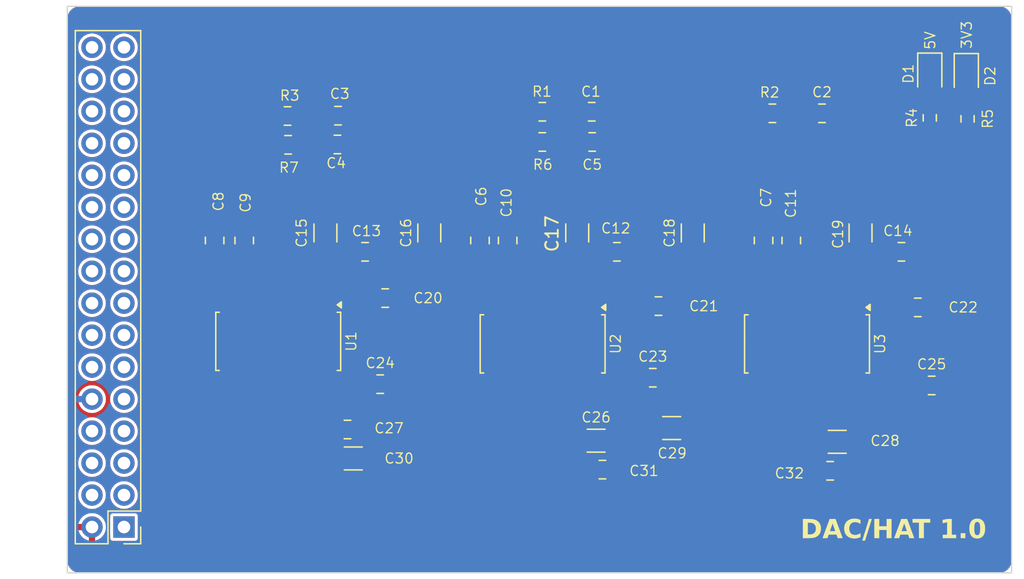
<source format=kicad_pcb>
(kicad_pcb (version 20240108) (generator "pcbnew") (generator_version "8.0")
  (layers (0 "F.Cu" signal) (1 "In1.Cu" signal) (2 "In2.Cu" signal) (31 "B.Cu" signal) (34 "B.Paste" user) (35 "F.Paste" user) (36 "B.SilkS" user "B.Silkscreen") (37 "F.SilkS" user "F.Silkscreen") (38 "B.Mask" user) (39 "F.Mask" user) (44 "Edge.Cuts" user))
  (net 0 "")
  (net 1 "V+")
  (net 3 "LEFT_WOOFER")
  (net 5 "AGND")
  (net 6 "GND")
  (net 7 "3V3")
  (net 8 "5V")
  (net 9 "Net-(D1-A)")
  (net 10 "Net-(D2-A)")
  (net 11 "LEFT_TWEETER")
  (net 12 "SDA")
  (net 13 "SCL")
  (net 20 "CLKOUT")
  (net 21 "LRCLK0")
  (net 22 "BCLK0")
  (net 23 "DATA0")
  (net 24 "LRCLK1")
  (net 25 "DATA1")
  (net 31 "BCLK1")
  (net 32 "DATA2")
  (net 33 "RIGHT_WOOFER")
  (net 34 "LRCLK2")
  (net 35 "BCLK2")
  (net 36 "3V3A")
  (net 37 "Net-(U1-CAPM)")
  (net 38 "Net-(U1-CAPP)")
  (net 39 "Net-(U3-CAPP)")
  (net 40 "Net-(U3-CAPM)")
  (net 41 "Net-(U3-VCOM{slash}DEMP)")
  (net 42 "Net-(U1-VCOM{slash}DEMP)")
  (net 43 "Net-(U1-LDOO)")
  (net 44 "Net-(U1-VNEG)")
  (net 45 "Net-(U3-LDOO)")
  (net 46 "Net-(U3-VNEG)")
  (net 47 "LW_OUT_PRE")
  (net 48 "LT_OUT_PRE")
  (net 49 "RT_OUT_PRE")
  (net 50 "RW_OUT_PRE")
  (net 51 "SW_OUT_PRE")
  (net 52 "Net-(U2-VCOM{slash}DEMP)")
  (net 53 "Net-(U2-CAPP)")
  (net 54 "Net-(U2-CAPM)")
  (net 55 "Net-(U2-VNEG)")
  (net 56 "Net-(U2-LDOO)")
  (net 57 "RIGHT_TWEETER")
  (net 58 "V-")
  (net 60 "SUBWOOFER")
  (footprint "Capacitor_SMD:C_1206_3216Metric_Pad1.33x1.80mm_HandSolder" (layer "F.Cu") (at 106.9364 101.165)
    (property "Reference" "C29" (at 0.0375 2 0) (layer "F.SilkS") (effects (font (size 0.8 0.8) (thickness 0.1))))
    (property "Value" "10U")
    (fp_line (start -0.711252 -0.91) (end 0.711252 -0.91) (stroke (width 0.12)) (layer "F.SilkS"))
    (fp_line (start -0.711252 0.91) (end 0.711252 0.91) (stroke (width 0.12)) (layer "F.SilkS"))
    (pad "1" smd roundrect (at -1.5625 0) (size 1.325 1.8) (layers "F.Cu" "F.Paste" "F.Mask") (roundrect_rratio 0.188679) (net 7 "3V3"))
    (pad "2" smd roundrect (at 1.5625 0) (size 1.325 1.8) (layers "F.Cu" "F.Paste" "F.Mask") (roundrect_rratio 0.188679) (net 6 "GND"))
  )
  (footprint "Capacitor_SMD:C_0805_2012Metric_Pad1.18x1.45mm_HandSolder" (layer "F.Cu") (at 80.4378 76.3532)
    (property "Reference" "C3" (at 0.1375 -1.735 0) (layer "F.SilkS") (effects (font (size 0.8 0.8) (thickness 0.1))))
    (property "Value" "2.2n 50V C0G")
    (fp_line (start -0.261252 -0.735) (end 0.261252 -0.735) (stroke (width 0.12)) (layer "F.SilkS"))
    (fp_line (start -0.261252 0.735) (end 0.261252 0.735) (stroke (width 0.12)) (layer "F.SilkS"))
    (pad "1" smd roundrect (at -1.0375 0) (size 1.175 1.45) (layers "F.Cu" "F.Paste" "F.Mask") (roundrect_rratio 0.212766) (net 5 "AGND"))
    (pad "2" smd roundrect (at 1.0375 0) (size 1.175 1.45) (layers "F.Cu" "F.Paste" "F.Mask") (roundrect_rratio 0.212766) (net 11 "LEFT_TWEETER"))
  )
  (footprint "Package_SO:TSSOP-28_4.4x9.7mm_P0.65mm" (layer "F.Cu") (at 75.6864 94.2775 -90)
    (property "Reference" "U1" (at 0 -5.8 90) (layer "F.SilkS") (effects (font (size 0.8 0.8) (thickness 0.1))))
    (property "Value" "PCM5122PW")
    (fp_line (start -2.31 4.96) (end -2.31 4.685) (stroke (width 0.12)) (layer "F.SilkS"))
    (fp_line (start 0 4.96) (end -2.31 4.96) (stroke (width 0.12)) (layer "F.SilkS"))
    (fp_line (start 0 4.96) (end 2.31 4.96) (stroke (width 0.12)) (layer "F.SilkS"))
    (fp_line (start 2.31 4.96) (end 2.31 4.685) (stroke (width 0.12)) (layer "F.SilkS"))
    (fp_line (start -2.31 -4.96) (end -2.31 -4.685) (stroke (width 0.12)) (layer "F.SilkS"))
    (fp_line (start 0 -4.96) (end -2.31 -4.96) (stroke (width 0.12)) (layer "F.SilkS"))
    (fp_line (start 0 -4.96) (end 2.31 -4.96) (stroke (width 0.12)) (layer "F.SilkS"))
    (fp_line (start 2.31 -4.96) (end 2.31 -4.685) (stroke (width 0.12)) (layer "F.SilkS"))
    (fp_poly (pts (xy -2.9 -4.685) (xy -3.14 -5.015) (xy -2.66 -5.015) (xy -2.9 -4.685)) (stroke (width 0.12)) (fill solid) (layer "F.SilkS"))
    (pad "1" smd roundrect (at -2.8625 -4.225 270) (size 1.475 0.4) (layers "F.Cu" "F.Paste" "F.Mask") (net 36 "3V3A"))
    (pad "2" smd roundrect (at -2.8625 -3.575 270) (size 1.475 0.4) (layers "F.Cu" "F.Paste" "F.Mask") (net 38 "Net-(U1-CAPP)"))
    (pad "3" smd roundrect (at -2.8625 -2.925 270) (size 1.475 0.4) (layers "F.Cu" "F.Paste" "F.Mask") (net 5 "AGND"))
    (pad "4" smd roundrect (at -2.8625 -2.275 270) (size 1.475 0.4) (layers "F.Cu" "F.Paste" "F.Mask") (net 37 "Net-(U1-CAPM)"))
    (pad "5" smd roundrect (at -2.8625 -1.625 270) (size 1.475 0.4) (layers "F.Cu" "F.Paste" "F.Mask") (net 44 "Net-(U1-VNEG)"))
    (pad "6" smd roundrect (at -2.8625 -0.975 270) (size 1.475 0.4) (layers "F.Cu" "F.Paste" "F.Mask") (net 47 "LW_OUT_PRE"))
    (pad "7" smd roundrect (at -2.8625 -0.325 270) (size 1.475 0.4) (layers "F.Cu" "F.Paste" "F.Mask") (net 48 "LT_OUT_PRE"))
    (pad "8" smd roundrect (at -2.8625 0.325 270) (size 1.475 0.4) (layers "F.Cu" "F.Paste" "F.Mask") (net 36 "3V3A"))
    (pad "9" smd roundrect (at -2.8625 0.975 270) (size 1.475 0.4) (layers "F.Cu" "F.Paste" "F.Mask") (net 5 "AGND"))
    (pad "10" smd roundrect (at -2.8625 1.625 270) (size 1.475 0.4) (layers "F.Cu" "F.Paste" "F.Mask") (net 42 "Net-(U1-VCOM{slash}DEMP)"))
    (pad "11" smd roundrect (at -2.8625 2.275 270) (size 1.475 0.4) (layers "F.Cu" "F.Paste" "F.Mask") (net 12 "SDA"))
    (pad "12" smd roundrect (at -2.8625 2.925 270) (size 1.475 0.4) (layers "F.Cu" "F.Paste" "F.Mask") (net 13 "SCL"))
    (pad "13" smd roundrect (at -2.8625 3.575 270) (size 1.475 0.4) (layers "F.Cu" "F.Paste" "F.Mask"))
    (pad "14" smd roundrect (at -2.8625 4.225 270) (size 1.475 0.4) (layers "F.Cu" "F.Paste" "F.Mask"))
    (pad "15" smd roundrect (at 2.8625 4.225 270) (size 1.475 0.4) (layers "F.Cu" "F.Paste" "F.Mask"))
    (pad "16" smd roundrect (at 2.8625 3.575 270) (size 1.475 0.4) (layers "F.Cu" "F.Paste" "F.Mask") (net 7 "3V3"))
    (pad "17" smd roundrect (at 2.8625 2.925 270) (size 1.475 0.4) (layers "F.Cu" "F.Paste" "F.Mask") (net 6 "GND"))
    (pad "18" smd roundrect (at 2.8625 2.275 270) (size 1.475 0.4) (layers "F.Cu" "F.Paste" "F.Mask") (net 7 "3V3"))
    (pad "19" smd roundrect (at 2.8625 1.625 270) (size 1.475 0.4) (layers "F.Cu" "F.Paste" "F.Mask"))
    (pad "20" smd roundrect (at 2.8625 0.975 270) (size 1.475 0.4) (layers "F.Cu" "F.Paste" "F.Mask") (net 20 "CLKOUT"))
    (pad "21" smd roundrect (at 2.8625 0.325 270) (size 1.475 0.4) (layers "F.Cu" "F.Paste" "F.Mask") (net 22 "BCLK0"))
    (pad "22" smd roundrect (at 2.8625 -0.325 270) (size 1.475 0.4) (layers "F.Cu" "F.Paste" "F.Mask") (net 23 "DATA0"))
    (pad "23" smd roundrect (at 2.8625 -0.975 270) (size 1.475 0.4) (layers "F.Cu" "F.Paste" "F.Mask") (net 21 "LRCLK0"))
    (pad "24" smd roundrect (at 2.8625 -1.625 270) (size 1.475 0.4) (layers "F.Cu" "F.Paste" "F.Mask") (net 6 "GND"))
    (pad "25" smd roundrect (at 2.8625 -2.275 270) (size 1.475 0.4) (layers "F.Cu" "F.Paste" "F.Mask"))
    (pad "26" smd roundrect (at 2.8625 -2.925 270) (size 1.475 0.4) (layers "F.Cu" "F.Paste" "F.Mask") (net 43 "Net-(U1-LDOO)"))
    (pad "27" smd roundrect (at 2.8625 -3.575 270) (size 1.475 0.4) (layers "F.Cu" "F.Paste" "F.Mask") (net 6 "GND"))
    (pad "28" smd roundrect (at 2.8625 -4.225 270) (size 1.475 0.4) (layers "F.Cu" "F.Paste" "F.Mask") (net 7 "3V3"))
  )
  (footprint "Capacitor_SMD:C_0805_2012Metric_Pad1.18x1.45mm_HandSolder" (layer "F.Cu") (at 101.4364 104.465 180)
    (property "Reference" "C31" (at -3.3 -0.1 0) (layer "F.SilkS") (effects (font (size 0.8 0.8) (thickness 0.1))))
    (property "Value" "0.1U")
    (fp_line (start -0.261252 0.735) (end 0.261252 0.735) (stroke (width 0.12)) (layer "F.SilkS"))
    (fp_line (start -0.261252 -0.735) (end 0.261252 -0.735) (stroke (width 0.12)) (layer "F.SilkS"))
    (pad "1" smd roundrect (at -1.0375 0 180) (size 1.175 1.45) (layers "F.Cu" "F.Paste" "F.Mask") (roundrect_rratio 0.212766) (net 6 "GND"))
    (pad "2" smd roundrect (at 1.0375 0 180) (size 1.175 1.45) (layers "F.Cu" "F.Paste" "F.Mask") (roundrect_rratio 0.212766) (net 56 "Net-(U2-LDOO)"))
  )
  (footprint "Capacitor_SMD:C_1206_3216Metric_Pad1.33x1.80mm_HandSolder" (layer "F.Cu") (at 99.4364 85.665 -90)
    (property "Reference" "C17" (at 0.0625 2 90) (layer "F.SilkS"))
    (property "Value" "2.2u 25V")
    (fp_line (start -0.711252 0.91) (end 0.711252 0.91) (stroke (width 0.12)) (layer "F.SilkS"))
    (fp_line (start -0.711252 -0.91) (end 0.711252 -0.91) (stroke (width 0.12)) (layer "F.SilkS"))
    (pad "1" smd roundrect (at -1.5625 0 270) (size 1.325 1.8) (layers "F.Cu" "F.Paste" "F.Mask") (roundrect_rratio 0.188679) (net 5 "AGND"))
    (pad "2" smd roundrect (at 1.5625 0 270) (size 1.325 1.8) (layers "F.Cu" "F.Paste" "F.Mask") (roundrect_rratio 0.188679) (net 55 "Net-(U2-VNEG)"))
  )
  (footprint "Capacitor_SMD:C_1206_3216Metric_Pad1.33x1.80mm_HandSolder" (layer "F.Cu") (at 120.0864 102.2575)
    (property "Reference" "C28" (at 3.8 -0.08 0) (layer "F.SilkS") (effects (font (size 0.8 0.8) (thickness 0.1))))
    (property "Value" "10U")
    (fp_line (start -0.711252 -0.91) (end 0.711252 -0.91) (stroke (width 0.12)) (layer "F.SilkS"))
    (fp_line (start -0.711252 0.91) (end 0.711252 0.91) (stroke (width 0.12)) (layer "F.SilkS"))
    (pad "1" smd roundrect (at -1.5625 0) (size 1.325 1.8) (layers "F.Cu" "F.Paste" "F.Mask") (roundrect_rratio 0.188679) (net 45 "Net-(U3-LDOO)"))
    (pad "2" smd roundrect (at 1.5625 0) (size 1.325 1.8) (layers "F.Cu" "F.Paste" "F.Mask") (roundrect_rratio 0.188679) (net 6 "GND"))
  )
  (footprint "Capacitor_SMD:C_0805_2012Metric_Pad1.18x1.45mm_HandSolder" (layer "F.Cu") (at 76.4253 76.3782)
    (property "Reference" "R3" (at 0.175 -1.625 0) (layer "F.SilkS") (effects (font (size 0.8 0.8) (thickness 0.1))))
    (property "Value" "470R TF")
    (fp_line (start -0.261252 -0.735) (end 0.261252 -0.735) (stroke (width 0.12)) (layer "F.SilkS"))
    (fp_line (start -0.261252 0.735) (end 0.261252 0.735) (stroke (width 0.12)) (layer "F.SilkS"))
    (pad "1" smd roundrect (at -1.0375 0) (size 1.175 1.45) (layers "F.Cu" "F.Paste" "F.Mask") (roundrect_rratio 0.212766) (net 48 "LT_OUT_PRE"))
    (pad "2" smd roundrect (at 1.0375 0) (size 1.175 1.45) (layers "F.Cu" "F.Paste" "F.Mask") (roundrect_rratio 0.212766) (net 11 "LEFT_TWEETER"))
  )
  (footprint "Capacitor_SMD:C_0805_2012Metric_Pad1.18x1.45mm_HandSolder" (layer "F.Cu") (at 83.7864 97.6775)
    (property "Reference" "C24" (at 0 -1.68 0) (layer "F.SilkS") (effects (font (size 0.8 0.8) (thickness 0.1))))
    (property "Value" "0.1U")
    (fp_line (start -0.261252 -0.735) (end 0.261252 -0.735) (stroke (width 0.12)) (layer "F.SilkS"))
    (fp_line (start -0.261252 0.735) (end 0.261252 0.735) (stroke (width 0.12)) (layer "F.SilkS"))
    (pad "1" smd roundrect (at -1.0375 0) (size 1.175 1.45) (layers "F.Cu" "F.Paste" "F.Mask") (roundrect_rratio 0.212766) (net 7 "3V3"))
    (pad "2" smd roundrect (at 1.0375 0) (size 1.175 1.45) (layers "F.Cu" "F.Paste" "F.Mask") (roundrect_rratio 0.212766) (net 6 "GND"))
  )
  (footprint "Capacitor_SMD:C_0805_2012Metric_Pad1.18x1.45mm_HandSolder" (layer "F.Cu") (at 70.6364 86.265 90)
    (property "Reference" "C8" (at 3.1 0.3 90) (layer "F.SilkS") (effects (font (size 0.8 0.8) (thickness 0.1))))
    (property "Value" "10U 16V")
    (fp_line (start -0.261252 -0.735) (end 0.261252 -0.735) (stroke (width 0.12)) (layer "F.SilkS"))
    (fp_line (start -0.261252 0.735) (end 0.261252 0.735) (stroke (width 0.12)) (layer "F.SilkS"))
    (pad "1" smd roundrect (at -1.0375 0 90) (size 1.175 1.45) (layers "F.Cu" "F.Paste" "F.Mask") (roundrect_rratio 0.212766) (net 42 "Net-(U1-VCOM{slash}DEMP)"))
    (pad "2" smd roundrect (at 1.0375 0 90) (size 1.175 1.45) (layers "F.Cu" "F.Paste" "F.Mask") (roundrect_rratio 0.212766) (net 5 "AGND"))
  )
  (footprint "Capacitor_SMD:C_0805_2012Metric_Pad1.18x1.45mm_HandSolder" (layer "F.Cu") (at 105.4364 97.165)
    (property "Reference" "C23" (at 0 -1.68 0) (layer "F.SilkS") (effects (font (size 0.8 0.8) (thickness 0.1))))
    (property "Value" "0.1U")
    (fp_line (start -0.261252 -0.735) (end 0.261252 -0.735) (stroke (width 0.12)) (layer "F.SilkS"))
    (fp_line (start -0.261252 0.735) (end 0.261252 0.735) (stroke (width 0.12)) (layer "F.SilkS"))
    (pad "1" smd roundrect (at -1.0375 0) (size 1.175 1.45) (layers "F.Cu" "F.Paste" "F.Mask") (roundrect_rratio 0.212766) (net 7 "3V3"))
    (pad "2" smd roundrect (at 1.0375 0) (size 1.175 1.45) (layers "F.Cu" "F.Paste" "F.Mask") (roundrect_rratio 0.212766) (net 6 "GND"))
  )
  (footprint "Capacitor_SMD:C_0805_2012Metric_Pad1.18x1.45mm_HandSolder" (layer "F.Cu") (at 100.6239 78.44)
    (property "Reference" "C5" (at 0 1.8 0) (layer "F.SilkS") (effects (font (size 0.8 0.8) (thickness 0.1))))
    (property "Value" "2.2n 50V C0G")
    (fp_line (start -0.261252 -0.735) (end 0.261252 -0.735) (stroke (width 0.12)) (layer "F.SilkS"))
    (fp_line (start -0.261252 0.735) (end 0.261252 0.735) (stroke (width 0.12)) (layer "F.SilkS"))
    (pad "1" smd roundrect (at -1.0375 0) (size 1.175 1.45) (layers "F.Cu" "F.Paste" "F.Mask") (roundrect_rratio 0.212766) (net 5 "AGND"))
    (pad "2" smd roundrect (at 1.0375 0) (size 1.175 1.45) (layers "F.Cu" "F.Paste" "F.Mask") (roundrect_rratio 0.212766) (net 33 "RIGHT_WOOFER"))
  )
  (footprint "Capacitor_SMD:C_0805_2012Metric_Pad1.18x1.45mm_HandSolder" (layer "F.Cu") (at 116.4364 86.265 90)
    (property "Reference" "C11" (at 2.947496 -0.036719 90) (layer "F.SilkS") (effects (font (size 0.8 0.8) (thickness 0.1))))
    (property "Value" "0.1U")
    (fp_line (start -0.261252 -0.735) (end 0.261252 -0.735) (stroke (width 0.12)) (layer "F.SilkS"))
    (fp_line (start -0.261252 0.735) (end 0.261252 0.735) (stroke (width 0.12)) (layer "F.SilkS"))
    (pad "1" smd roundrect (at -1.0375 0 90) (size 1.175 1.45) (layers "F.Cu" "F.Paste" "F.Mask") (roundrect_rratio 0.212766) (net 36 "3V3A"))
    (pad "2" smd roundrect (at 1.0375 0 90) (size 1.175 1.45) (layers "F.Cu" "F.Paste" "F.Mask") (roundrect_rratio 0.212766) (net 5 "AGND"))
  )
  (footprint "Capacitor_SMD:C_0805_2012Metric_Pad1.18x1.45mm_HandSolder" (layer "F.Cu") (at 125.1864 87.165 180)
    (property "Reference" "C14" (at 0.2875 1.6625 0) (layer "F.SilkS") (effects (font (size 0.8 0.8) (thickness 0.1))))
    (property "Value" "2.2u 25V")
    (fp_line (start -0.261252 0.735) (end 0.261252 0.735) (stroke (width 0.12)) (layer "F.SilkS"))
    (fp_line (start -0.261252 -0.735) (end 0.261252 -0.735) (stroke (width 0.12)) (layer "F.SilkS"))
    (pad "1" smd roundrect (at -1.0375 0 180) (size 1.175 1.45) (layers "F.Cu" "F.Paste" "F.Mask") (roundrect_rratio 0.212766) (net 39 "Net-(U3-CAPP)"))
    (pad "2" smd roundrect (at 1.0375 0 180) (size 1.175 1.45) (layers "F.Cu" "F.Paste" "F.Mask") (roundrect_rratio 0.212766) (net 40 "Net-(U3-CAPM)"))
  )
  (footprint "Capacitor_SMD:C_1206_3216Metric_Pad1.33x1.80mm_HandSolder" (layer "F.Cu") (at 108.6114 85.665 90)
    (property "Reference" "C18" (at 0 -1.85 90) (layer "F.SilkS") (effects (font (size 0.8 0.8) (thickness 0.1))))
    (property "Value" "10U")
    (fp_line (start -0.711252 -0.91) (end 0.711252 -0.91) (stroke (width 0.12)) (layer "F.SilkS"))
    (fp_line (start -0.711252 0.91) (end 0.711252 0.91) (stroke (width 0.12)) (layer "F.SilkS"))
    (pad "1" smd roundrect (at -1.5625 0 90) (size 1.325 1.8) (layers "F.Cu" "F.Paste" "F.Mask") (roundrect_rratio 0.188679) (net 36 "3V3A"))
    (pad "2" smd roundrect (at 1.5625 0 90) (size 1.325 1.8) (layers "F.Cu" "F.Paste" "F.Mask") (roundrect_rratio 0.188679) (net 5 "AGND"))
  )
  (footprint "Capacitor_SMD:C_0805_2012Metric_Pad1.18x1.45mm_HandSolder" (layer "F.Cu") (at 82.5864 87.165 180)
    (property "Reference" "C13" (at -0.110828 1.648574 0) (layer "F.SilkS") (effects (font (size 0.8 0.8) (thickness 0.1))))
    (property "Value" "2.2u 25V")
    (fp_line (start -0.261252 0.735) (end 0.261252 0.735) (stroke (width 0.12)) (layer "F.SilkS"))
    (fp_line (start -0.261252 -0.735) (end 0.261252 -0.735) (stroke (width 0.12)) (layer "F.SilkS"))
    (pad "1" smd roundrect (at -1.0375 0 180) (size 1.175 1.45) (layers "F.Cu" "F.Paste" "F.Mask") (roundrect_rratio 0.212766) (net 38 "Net-(U1-CAPP)"))
    (pad "2" smd roundrect (at 1.0375 0 180) (size 1.175 1.45) (layers "F.Cu" "F.Paste" "F.Mask") (roundrect_rratio 0.212766) (net 37 "Net-(U1-CAPM)"))
  )
  (footprint "Resistor_SMD:R_0603_1608Metric_Pad0.98x0.95mm_HandSolder" (layer "F.Cu") (at 130.4364 76.6025 90)
    (property "Reference" "R5" (at 0 1.6 90) (layer "F.SilkS") (effects (font (size 0.8 0.8) (thickness 0.1))))
    (property "Value" "75R")
    (fp_line (start -0.254724 -0.5225) (end 0.254724 -0.5225) (stroke (width 0.12)) (layer "F.SilkS"))
    (fp_line (start -0.254724 0.5225) (end 0.254724 0.5225) (stroke (width 0.12)) (layer "F.SilkS"))
    (pad "1" smd roundrect (at -0.9125 0 90) (size 0.975 0.95) (layers "F.Cu" "F.Paste" "F.Mask") (net 7 "3V3"))
    (pad "2" smd roundrect (at 0.9125 0 90) (size 0.975 0.95) (layers "F.Cu" "F.Paste" "F.Mask") (net 10 "Net-(D2-A)"))
  )
  (footprint "Capacitor_SMD:C_0805_2012Metric_Pad1.18x1.45mm_HandSolder" (layer "F.Cu") (at 91.7114 86.265 90)
    (property "Reference" "C6" (at 3.5 0.1 90) (layer "F.SilkS") (effects (font (size 0.8 0.8) (thickness 0.1))))
    (property "Value" "10U 16V")
    (fp_line (start -0.261252 -0.735) (end 0.261252 -0.735) (stroke (width 0.12)) (layer "F.SilkS"))
    (fp_line (start -0.261252 0.735) (end 0.261252 0.735) (stroke (width 0.12)) (layer "F.SilkS"))
    (pad "1" smd roundrect (at -1.0375 0 90) (size 1.175 1.45) (layers "F.Cu" "F.Paste" "F.Mask") (roundrect_rratio 0.212766) (net 52 "Net-(U2-VCOM{slash}DEMP)"))
    (pad "2" smd roundrect (at 1.0375 0 90) (size 1.175 1.45) (layers "F.Cu" "F.Paste" "F.Mask") (roundrect_rratio 0.212766) (net 5 "AGND"))
  )
  (footprint "Capacitor_SMD:C_0805_2012Metric_Pad1.18x1.45mm_HandSolder" (layer "F.Cu") (at 81.1864 101.2775 180)
    (property "Reference" "C27" (at -3.3 0.1 0) (layer "F.SilkS") (effects (font (size 0.8 0.8) (thickness 0.1))))
    (property "Value" "0.1U")
    (fp_line (start -0.261252 0.735) (end 0.261252 0.735) (stroke (width 0.12)) (layer "F.SilkS"))
    (fp_line (start -0.261252 -0.735) (end 0.261252 -0.735) (stroke (width 0.12)) (layer "F.SilkS"))
    (pad "1" smd roundrect (at -1.0375 0 180) (size 1.175 1.45) (layers "F.Cu" "F.Paste" "F.Mask") (roundrect_rratio 0.212766) (net 6 "GND"))
    (pad "2" smd roundrect (at 1.0375 0 180) (size 1.175 1.45) (layers "F.Cu" "F.Paste" "F.Mask") (roundrect_rratio 0.212766) (net 43 "Net-(U1-LDOO)"))
  )
  (footprint "Capacitor_SMD:C_1206_3216Metric_Pad1.33x1.80mm_HandSolder" (layer "F.Cu") (at 81.6489 103.5775)
    (property "Reference" "C30" (at 3.6375 0 0) (layer "F.SilkS") (effects (font (size 0.8 0.8) (thickness 0.1))))
    (property "Value" "10U")
    (fp_line (start -0.711252 -0.91) (end 0.711252 -0.91) (stroke (width 0.12)) (layer "F.SilkS"))
    (fp_line (start -0.711252 0.91) (end 0.711252 0.91) (stroke (width 0.12)) (layer "F.SilkS"))
    (pad "1" smd roundrect (at -1.5625 0) (size 1.325 1.8) (layers "F.Cu" "F.Paste" "F.Mask") (roundrect_rratio 0.188679) (net 43 "Net-(U1-LDOO)"))
    (pad "2" smd roundrect (at 1.5625 0) (size 1.325 1.8) (layers "F.Cu" "F.Paste" "F.Mask") (roundrect_rratio 0.188679) (net 6 "GND"))
  )
  (footprint "Capacitor_SMD:C_0805_2012Metric_Pad1.18x1.45mm_HandSolder" (layer "F.Cu") (at 105.8864 91.4775)
    (property "Reference" "C21" (at 3.6 0 0) (layer "F.SilkS") (effects (font (size 0.8 0.8) (thickness 0.1))))
    (property "Value" "0.1U")
    (fp_line (start -0.261252 -0.735) (end 0.261252 -0.735) (stroke (width 0.12)) (layer "F.SilkS"))
    (fp_line (start -0.261252 0.735) (end 0.261252 0.735) (stroke (width 0.12)) (layer "F.SilkS"))
    (pad "1" smd roundrect (at -1.0375 0) (size 1.175 1.45) (layers "F.Cu" "F.Paste" "F.Mask") (roundrect_rratio 0.212766) (net 36 "3V3A"))
    (pad "2" smd roundrect (at 1.0375 0) (size 1.175 1.45) (layers "F.Cu" "F.Paste" "F.Mask") (roundrect_rratio 0.212766) (net 5 "AGND"))
  )
  (footprint "Capacitor_SMD:C_0805_2012Metric_Pad1.18x1.45mm_HandSolder" (layer "F.Cu") (at 102.5864 87.165 180)
    (property "Reference" "C12" (at 0.09 1.8625 0) (layer "F.SilkS") (effects (font (size 0.8 0.8) (thickness 0.1))))
    (property "Value" "2.2u 25V")
    (fp_line (start -0.261252 0.735) (end 0.261252 0.735) (stroke (width 0.12)) (layer "F.SilkS"))
    (fp_line (start -0.261252 -0.735) (end 0.261252 -0.735) (stroke (width 0.12)) (layer "F.SilkS"))
    (pad "1" smd roundrect (at -1.0375 0 180) (size 1.175 1.45) (layers "F.Cu" "F.Paste" "F.Mask") (roundrect_rratio 0.212766) (net 53 "Net-(U2-CAPP)"))
    (pad "2" smd roundrect (at 1.0375 0 180) (size 1.175 1.45) (layers "F.Cu" "F.Paste" "F.Mask") (roundrect_rratio 0.212766) (net 54 "Net-(U2-CAPM)"))
  )
  (footprint "Capacitor_SMD:C_1206_3216Metric_Pad1.33x1.80mm_HandSolder" (layer "F.Cu") (at 79.4364 85.665 -90)
    (property "Reference" "C15" (at 0 1.9 90) (layer "F.SilkS") (effects (font (size 0.8 0.8) (thickness 0.1))))
    (property "Value" "2.2u 25V")
    (fp_line (start -0.711252 0.91) (end 0.711252 0.91) (stroke (width 0.12)) (layer "F.SilkS"))
    (fp_line (start -0.711252 -0.91) (end 0.711252 -0.91) (stroke (width 0.12)) (layer "F.SilkS"))
    (pad "1" smd roundrect (at -1.5625 0 270) (size 1.325 1.8) (layers "F.Cu" "F.Paste" "F.Mask") (roundrect_rratio 0.188679) (net 5 "AGND"))
    (pad "2" smd roundrect (at 1.5625 0 270) (size 1.325 1.8) (layers "F.Cu" "F.Paste" "F.Mask") (roundrect_rratio 0.188679) (net 44 "Net-(U1-VNEG)"))
  )
  (footprint "Capacitor_SMD:C_0805_2012Metric_Pad1.18x1.45mm_HandSolder" (layer "F.Cu") (at 96.6614 76.04)
    (property "Reference" "R1" (at -0.025 -1.6 0) (layer "F.SilkS") (effects (font (size 0.8 0.8) (thickness 0.1))))
    (property "Value" "470R TF")
    (fp_line (start -0.261252 -0.735) (end 0.261252 -0.735) (stroke (width 0.12)) (layer "F.SilkS"))
    (fp_line (start -0.261252 0.735) (end 0.261252 0.735) (stroke (width 0.12)) (layer "F.SilkS"))
    (pad "1" smd roundrect (at -1.0375 0) (size 1.175 1.45) (layers "F.Cu" "F.Paste" "F.Mask") (roundrect_rratio 0.212766) (net 49 "RT_OUT_PRE"))
    (pad "2" smd roundrect (at 1.0375 0) (size 1.175 1.45) (layers "F.Cu" "F.Paste" "F.Mask") (roundrect_rratio 0.212766) (net 33 "RIGHT_WOOFER"))
  )
  (footprint "Capacitor_SMD:C_0805_2012Metric_Pad1.18x1.45mm_HandSolder" (layer "F.Cu") (at 114.9364 76.165)
    (property "Reference" "R2" (at -0.22 -1.6575 0) (layer "F.SilkS") (effects (font (size 0.8 0.8) (thickness 0.1))))
    (property "Value" "470R TF")
    (fp_line (start -0.261252 -0.735) (end 0.261252 -0.735) (stroke (width 0.12)) (layer "F.SilkS"))
    (fp_line (start -0.261252 0.735) (end 0.261252 0.735) (stroke (width 0.12)) (layer "F.SilkS"))
    (pad "1" smd roundrect (at -1.0375 0) (size 1.175 1.45) (layers "F.Cu" "F.Paste" "F.Mask") (roundrect_rratio 0.212766) (net 51 "SW_OUT_PRE"))
    (pad "2" smd roundrect (at 1.0375 0) (size 1.175 1.45) (layers "F.Cu" "F.Paste" "F.Mask") (roundrect_rratio 0.212766) (net 60 "SUBWOOFER"))
  )
  (footprint "Capacitor_SMD:C_0805_2012Metric_Pad1.18x1.45mm_HandSolder" (layer "F.Cu") (at 96.6614 78.44)
    (property "Reference" "R6" (at 0.0375 1.8 0) (layer "F.SilkS") (effects (font (size 0.8 0.8) (thickness 0.1))))
    (property "Value" "470R TF")
    (fp_line (start -0.261252 -0.735) (end 0.261252 -0.735) (stroke (width 0.12)) (layer "F.SilkS"))
    (fp_line (start -0.261252 0.735) (end 0.261252 0.735) (stroke (width 0.12)) (layer "F.SilkS"))
    (pad "1" smd roundrect (at -1.0375 0) (size 1.175 1.45) (layers "F.Cu" "F.Paste" "F.Mask") (roundrect_rratio 0.212766) (net 50 "RW_OUT_PRE"))
    (pad "2" smd roundrect (at 1.0375 0) (size 1.175 1.45) (layers "F.Cu" "F.Paste" "F.Mask") (roundrect_rratio 0.212766) (net 33 "RIGHT_WOOFER"))
  )
  (footprint "Capacitor_SMD:C_0805_2012Metric_Pad1.18x1.45mm_HandSolder" (layer "F.Cu") (at 72.9864 86.265 90)
    (property "Reference" "C9" (at 3 0.1 90) (layer "F.SilkS") (effects (font (size 0.8 0.8) (thickness 0.1))))
    (property "Value" "0.1U")
    (fp_line (start -0.261252 -0.735) (end 0.261252 -0.735) (stroke (width 0.12)) (layer "F.SilkS"))
    (fp_line (start -0.261252 0.735) (end 0.261252 0.735) (stroke (width 0.12)) (layer "F.SilkS"))
    (pad "1" smd roundrect (at -1.0375 0 90) (size 1.175 1.45) (layers "F.Cu" "F.Paste" "F.Mask") (roundrect_rratio 0.212766) (net 36 "3V3A"))
    (pad "2" smd roundrect (at 1.0375 0 90) (size 1.175 1.45) (layers "F.Cu" "F.Paste" "F.Mask") (roundrect_rratio 0.212766) (net 5 "AGND"))
  )
  (footprint "Capacitor_SMD:C_1206_3216Metric_Pad1.33x1.80mm_HandSolder" (layer "F.Cu") (at 100.9364 102.165)
    (property "Reference" "C26" (at 0 -1.85 0) (layer "F.SilkS") (effects (font (size 0.8 0.8) (thickness 0.1))))
    (property "Value" "10U")
    (fp_line (start -0.711252 -0.91) (end 0.711252 -0.91) (stroke (width 0.12)) (layer "F.SilkS"))
    (fp_line (start -0.711252 0.91) (end 0.711252 0.91) (stroke (width 0.12)) (layer "F.SilkS"))
    (pad "1" smd roundrect (at -1.5625 0) (size 1.325 1.8) (layers "F.Cu" "F.Paste" "F.Mask") (roundrect_rratio 0.188679) (net 56 "Net-(U2-LDOO)"))
    (pad "2" smd roundrect (at 1.5625 0) (size 1.325 1.8) (layers "F.Cu" "F.Paste" "F.Mask") (roundrect_rratio 0.188679) (net 6 "GND"))
  )
  (footprint "Connector_PinHeader_2.54mm:PinHeader_2x16_P2.54mm_Vertical" (layer "F.Cu") (at 63.4364 109.025 180)
    (property "Reference" "J1" (hide yes))
    (property "Value" "Conn_02x16_Odd_Even")
    (fp_line (start 3.87 -1.33) (end 3.87 39.43) (stroke (width 0.12)) (layer "F.SilkS"))
    (fp_line (start 1.27 1.27) (end 1.27 -1.33) (stroke (width 0.12)) (layer "F.SilkS"))
    (fp_line (start 1.27 -1.33) (end 3.87 -1.33) (stroke (width 0.12)) (layer "F.SilkS"))
    (fp_line (start -1.33 39.43) (end 3.87 39.43) (stroke (width 0.12)) (layer "F.SilkS"))
    (fp_line (start -1.33 1.27) (end 1.27 1.27) (stroke (width 0.12)) (layer "F.SilkS"))
    (fp_line (start -1.33 1.27) (end -1.33 39.43) (stroke (width 0.12)) (layer "F.SilkS"))
    (fp_line (start -1.33 0) (end -1.33 -1.33) (stroke (width 0.12)) (layer "F.SilkS"))
    (fp_line (start -1.33 -1.33) (end 0 -1.33) (stroke (width 0.12)) (layer "F.SilkS"))
    (pad "1" thru_hole rect (at 0 0 180) (size 1.7 1.7) (drill 1) (layers "*.Cu" "*.Mask") (net 7 "3V3"))
    (pad "2" thru_hole oval (at 2.54 0 180) (size 1.7 1.7) (drill 1) (layers "*.Cu" "*.Mask") (net 6 "GND"))
    (pad "3" thru_hole oval (at 0 2.54 180) (size 1.7 1.7) (drill 1) (layers "*.Cu" "*.Mask") (net 20 "CLKOUT"))
    (pad "4" thru_hole oval (at 2.54 2.54 180) (size 1.7 1.7) (drill 1) (layers "*.Cu" "*.Mask") (net 36 "3V3A"))
    (pad "5" thru_hole oval (at 0 5.08 180) (size 1.7 1.7) (drill 1) (layers "*.Cu" "*.Mask") (net 22 "BCLK0"))
    (pad "6" thru_hole oval (at 2.54 5.08 180) (size 1.7 1.7) (drill 1) (layers "*.Cu" "*.Mask") (net 8 "5V"))
    (pad "7" thru_hole oval (at 0 7.62 180) (size 1.7 1.7) (drill 1) (layers "*.Cu" "*.Mask") (net 21 "LRCLK0"))
    (pad "8" thru_hole oval (at 2.54 7.62 180) (size 1.7 1.7) (drill 1) (layers "*.Cu" "*.Mask") (net 1 "V+"))
    (pad "9" thru_hole oval (at 0 10.16 180) (size 1.7 1.7) (drill 1) (layers "*.Cu" "*.Mask") (net 23 "DATA0"))
    (pad "10" thru_hole oval (at 2.54 10.16 180) (size 1.7 1.7) (drill 1) (layers "*.Cu" "*.Mask") (net 5 "AGND"))
    (pad "11" thru_hole oval (at 0 12.7 180) (size 1.7 1.7) (drill 1) (layers "*.Cu" "*.Mask") (net 20 "CLKOUT"))
    (pad "12" thru_hole oval (at 2.54 12.7 180) (size 1.7 1.7) (drill 1) (layers "*.Cu" "*.Mask") (net 58 "V-"))
    (pad "13" thru_hole oval (at 0 15.24 180) (size 1.7 1.7) (drill 1) (layers "*.Cu" "*.Mask") (net 31 "BCLK1"))
    (pad "14" thru_hole oval (at 2.54 15.24 180) (size 1.7 1.7) (drill 1) (layers "*.Cu" "*.Mask") (net 12 "SDA"))
    (pad "15" thru_hole oval (at 0 17.78 180) (size 1.7 1.7) (drill 1) (layers "*.Cu" "*.Mask") (net 24 "LRCLK1"))
    (pad "16" thru_hole oval (at 2.54 17.78 180) (size 1.7 1.7) (drill 1) (layers "*.Cu" "*.Mask") (net 13 "SCL"))
    (pad "17" thru_hole oval (at 0 20.32 180) (size 1.7 1.7) (drill 1) (layers "*.Cu" "*.Mask") (net 25 "DATA1"))
    (pad "18" thru_hole oval (at 2.54 20.32 180) (size 1.7 1.7) (drill 1) (layers "*.Cu" "*.Mask"))
    (pad "19" thru_hole oval (at 0 22.86 180) (size 1.7 1.7) (drill 1) (layers "*.Cu" "*.Mask") (net 20 "CLKOUT"))
    (pad "20" thru_hole oval (at 2.54 22.86 180) (size 1.7 1.7) (drill 1) (layers "*.Cu" "*.Mask"))
    (pad "21" thru_hole oval (at 0 25.4 180) (size 1.7 1.7) (drill 1) (layers "*.Cu" "*.Mask") (net 35 "BCLK2"))
    (pad "22" thru_hole oval (at 2.54 25.4 180) (size 1.7 1.7) (drill 1) (layers "*.Cu" "*.Mask"))
    (pad "23" thru_hole oval (at 0 27.94 180) (size 1.7 1.7) (drill 1) (layers "*.Cu" "*.Mask") (net 34 "LRCLK2"))
    (pad "24" thru_hole oval (at 2.54 27.94 180) (size 1.7 1.7) (drill 1) (layers "*.Cu" "*.Mask") (net 33 "RIGHT_WOOFER"))
    (pad "25" thru_hole oval (at 0 30.48 180) (size 1.7 1.7) (drill 1) (layers "*.Cu" "*.Mask") (net 32 "DATA2"))
    (pad "26" thru_hole oval (at 2.54 30.48 180) (size 1.7 1.7) (drill 1) (layers "*.Cu" "*.Mask") (net 57 "RIGHT_TWEETER"))
    (pad "27" thru_hole oval (at 0 33.02 180) (size 1.7 1.7) (drill 1) (layers "*.Cu" "*.Mask"))
    (pad "28" thru_hole oval (at 2.54 33.02 180) (size 1.7 1.7) (drill 1) (layers "*.Cu" "*.Mask") (net 3 "LEFT_WOOFER"))
    (pad "29" thru_hole oval (at 0 35.56 180) (size 1.7 1.7) (drill 1) (layers "*.Cu" "*.Mask"))
    (pad "30" thru_hole oval (at 2.54 35.56 180) (size 1.7 1.7) (drill 1) (layers "*.Cu" "*.Mask") (net 11 "LEFT_TWEETER"))
    (pad "31" thru_hole oval (at 0 38.1 180) (size 1.7 1.7) (drill 1) (layers "*.Cu" "*.Mask"))
    (pad "32" thru_hole oval (at 2.54 38.1 180) (size 1.7 1.7) (drill 1) (layers "*.Cu" "*.Mask") (net 60 "SUBWOOFER"))
  )
  (footprint "Capacitor_SMD:C_1206_3216Metric_Pad1.33x1.80mm_HandSolder" (layer "F.Cu") (at 121.9364 85.665 -90)
    (property "Reference" "C19" (at 0.1 1.7925 90) (layer "F.SilkS") (effects (font (size 0.8 0.8) (thickness 0.1))))
    (property "Value" "2.2u 25V")
    (fp_line (start -0.711252 0.91) (end 0.711252 0.91) (stroke (width 0.12)) (layer "F.SilkS"))
    (fp_line (start -0.711252 -0.91) (end 0.711252 -0.91) (stroke (width 0.12)) (layer "F.SilkS"))
    (pad "1" smd roundrect (at -1.5625 0 270) (size 1.325 1.8) (layers "F.Cu" "F.Paste" "F.Mask") (roundrect_rratio 0.188679) (net 5 "AGND"))
    (pad "2" smd roundrect (at 1.5625 0 270) (size 1.325 1.8) (layers "F.Cu" "F.Paste" "F.Mask") (roundrect_rratio 0.188679) (net 46 "Net-(U3-VNEG)"))
  )
  (footprint "Capacitor_SMD:C_0805_2012Metric_Pad1.18x1.45mm_HandSolder" (layer "F.Cu") (at 80.3864 78.64)
    (property "Reference" "C4" (at -0.1 1.48 0) (layer "F.SilkS") (effects (font (size 0.8 0.8) (thickness 0.1))))
    (property "Value" "2.2n 50V C0G")
    (fp_line (start -0.261252 -0.735) (end 0.261252 -0.735) (stroke (width 0.12)) (layer "F.SilkS"))
    (fp_line (start -0.261252 0.735) (end 0.261252 0.735) (stroke (width 0.12)) (layer "F.SilkS"))
    (pad "1" smd roundrect (at -1.0375 0) (size 1.175 1.45) (layers "F.Cu" "F.Paste" "F.Mask") (roundrect_rratio 0.212766) (net 5 "AGND"))
    (pad "2" smd roundrect (at 1.0375 0) (size 1.175 1.45) (layers "F.Cu" "F.Paste" "F.Mask") (roundrect_rratio 0.212766) (net 3 "LEFT_WOOFER"))
  )
  (footprint "Capacitor_SMD:C_0805_2012Metric_Pad1.18x1.45mm_HandSolder" (layer "F.Cu") (at 114.2364 86.265 90)
    (property "Reference" "C7" (at 3.4 0.2 90) (layer "F.SilkS") (effects (font (size 0.8 0.8) (thickness 0.1))))
    (property "Value" "10U 16V")
    (fp_line (start -0.261252 -0.735) (end 0.261252 -0.735) (stroke (width 0.12)) (layer "F.SilkS"))
    (fp_line (start -0.261252 0.735) (end 0.261252 0.735) (stroke (width 0.12)) (layer "F.SilkS"))
    (pad "1" smd roundrect (at -1.0375 0 90) (size 1.175 1.45) (layers "F.Cu" "F.Paste" "F.Mask") (roundrect_rratio 0.212766) (net 41 "Net-(U3-VCOM{slash}DEMP)"))
    (pad "2" smd roundrect (at 1.0375 0 90) (size 1.175 1.45) (layers "F.Cu" "F.Paste" "F.Mask") (roundrect_rratio 0.212766) (net 5 "AGND"))
  )
  (footprint "Diode_SMD:D_0805_2012Metric" (layer "F.Cu") (at 130.3364 73.1025 -90)
    (property "Reference" "D2" (at 0.1 -1.9 90) (layer "F.SilkS") (effects (font (size 0.8 0.8) (thickness 0.1))))
    (property "Value" "BLUE")
    (fp_line (start -1.685 0.96) (end 1 0.96) (stroke (width 0.12)) (layer "F.SilkS"))
    (fp_line (start -1.685 -0.96) (end -1.685 0.96) (stroke (width 0.12)) (layer "F.SilkS"))
    (fp_line (start 1 -0.96) (end -1.685 -0.96) (stroke (width 0.12)) (layer "F.SilkS"))
    (pad "1" smd roundrect (at -0.9375 0 270) (size 0.975 1.4) (layers "F.Cu" "F.Paste" "F.Mask") (net 6 "GND"))
    (pad "2" smd roundrect (at 0.9375 0 270) (size 0.975 1.4) (layers "F.Cu" "F.Paste" "F.Mask") (net 10 "Net-(D2-A)"))
  )
  (footprint "Capacitor_SMD:C_1206_3216Metric_Pad1.33x1.80mm_HandSolder" (layer "F.Cu") (at 87.6864 85.665 90)
    (property "Reference" "C16" (at 0 -1.85 90) (layer "F.SilkS") (effects (font (size 0.8 0.8) (thickness 0.1))))
    (property "Value" "10U")
    (fp_line (start -0.711252 -0.91) (end 0.711252 -0.91) (stroke (width 0.12)) (layer "F.SilkS"))
    (fp_line (start -0.711252 0.91) (end 0.711252 0.91) (stroke (width 0.12)) (layer "F.SilkS"))
    (pad "1" smd roundrect (at -1.5625 0 90) (size 1.325 1.8) (layers "F.Cu" "F.Paste" "F.Mask") (roundrect_rratio 0.188679) (net 36 "3V3A"))
    (pad "2" smd roundrect (at 1.5625 0 90) (size 1.325 1.8) (layers "F.Cu" "F.Paste" "F.Mask") (roundrect_rratio 0.188679) (net 5 "AGND"))
  )
  (footprint "Package_SO:TSSOP-28_4.4x9.7mm_P0.65mm" (layer "F.Cu") (at 117.6864 94.4775 -90)
    (property "Reference" "U3" (at 0 -5.8 90) (layer "F.SilkS") (effects (font (size 0.8 0.8) (thickness 0.1))))
    (property "Value" "PCM5122PW")
    (fp_line (start -2.31 4.96) (end -2.31 4.685) (stroke (width 0.12)) (layer "F.SilkS"))
    (fp_line (start 0 4.96) (end -2.31 4.96) (stroke (width 0.12)) (layer "F.SilkS"))
    (fp_line (start 0 4.96) (end 2.31 4.96) (stroke (width 0.12)) (layer "F.SilkS"))
    (fp_line (start 2.31 4.96) (end 2.31 4.685) (stroke (width 0.12)) (layer "F.SilkS"))
    (fp_line (start -2.31 -4.96) (end -2.31 -4.685) (stroke (width 0.12)) (layer "F.SilkS"))
    (fp_line (start 0 -4.96) (end -2.31 -4.96) (stroke (width 0.12)) (layer "F.SilkS"))
    (fp_line (start 0 -4.96) (end 2.31 -4.96) (stroke (width 0.12)) (layer "F.SilkS"))
    (fp_line (start 2.31 -4.96) (end 2.31 -4.685) (stroke (width 0.12)) (layer "F.SilkS"))
    (fp_poly (pts (xy -2.9 -4.685) (xy -3.14 -5.015) (xy -2.66 -5.015) (xy -2.9 -4.685)) (stroke (width 0.12)) (fill solid) (layer "F.SilkS"))
    (pad "1" smd roundrect (at -2.8625 -4.225 270) (size 1.475 0.4) (layers "F.Cu" "F.Paste" "F.Mask") (net 36 "3V3A"))
    (pad "2" smd roundrect (at -2.8625 -3.575 270) (size 1.475 0.4) (layers "F.Cu" "F.Paste" "F.Mask") (net 39 "Net-(U3-CAPP)"))
    (pad "3" smd roundrect (at -2.8625 -2.925 270) (size 1.475 0.4) (layers "F.Cu" "F.Paste" "F.Mask") (net 5 "AGND"))
    (pad "4" smd roundrect (at -2.8625 -2.275 270) (size 1.475 0.4) (layers "F.Cu" "F.Paste" "F.Mask") (net 40 "Net-(U3-CAPM)"))
    (pad "5" smd roundrect (at -2.8625 -1.625 270) (size 1.475 0.4) (layers "F.Cu" "F.Paste" "F.Mask") (net 46 "Net-(U3-VNEG)"))
    (pad "6" smd roundrect (at -2.8625 -0.975 270) (size 1.475 0.4) (layers "F.Cu" "F.Paste" "F.Mask") (net 51 "SW_OUT_PRE"))
    (pad "7" smd roundrect (at -2.8625 -0.325 270) (size 1.475 0.4) (layers "F.Cu" "F.Paste" "F.Mask"))
    (pad "8" smd roundrect (at -2.8625 0.325 270) (size 1.475 0.4) (layers "F.Cu" "F.Paste" "F.Mask") (net 36 "3V3A"))
    (pad "9" smd roundrect (at -2.8625 0.975 270) (size 1.475 0.4) (layers "F.Cu" "F.Paste" "F.Mask") (net 5 "AGND"))
    (pad "10" smd roundrect (at -2.8625 1.625 270) (size 1.475 0.4) (layers "F.Cu" "F.Paste" "F.Mask") (net 41 "Net-(U3-VCOM{slash}DEMP)"))
    (pad "11" smd roundrect (at -2.8625 2.275 270) (size 1.475 0.4) (layers "F.Cu" "F.Paste" "F.Mask") (net 12 "SDA"))
    (pad "12" smd roundrect (at -2.8625 2.925 270) (size 1.475 0.4) (layers "F.Cu" "F.Paste" "F.Mask") (net 13 "SCL"))
    (pad "13" smd roundrect (at -2.8625 3.575 270) (size 1.475 0.4) (layers "F.Cu" "F.Paste" "F.Mask"))
    (pad "14" smd roundrect (at -2.8625 4.225 270) (size 1.475 0.4) (layers "F.Cu" "F.Paste" "F.Mask"))
    (pad "15" smd roundrect (at 2.8625 4.225 270) (size 1.475 0.4) (layers "F.Cu" "F.Paste" "F.Mask"))
    (pad "16" smd roundrect (at 2.8625 3.575 270) (size 1.475 0.4) (layers "F.Cu" "F.Paste" "F.Mask") (net 7 "3V3"))
    (pad "17" smd roundrect (at 2.8625 2.925 270) (size 1.475 0.4) (layers "F.Cu" "F.Paste" "F.Mask") (net 6 "GND"))
    (pad "18" smd roundrect (at 2.8625 2.275 270) (size 1.475 0.4) (layers "F.Cu" "F.Paste" "F.Mask") (net 7 "3V3"))
    (pad "19" smd roundrect (at 2.8625 1.625 270) (size 1.475 0.4) (layers "F.Cu" "F.Paste" "F.Mask"))
    (pad "20" smd roundrect (at 2.8625 0.975 270) (size 1.475 0.4) (layers "F.Cu" "F.Paste" "F.Mask") (net 20 "CLKOUT"))
    (pad "21" smd roundrect (at 2.8625 0.325 270) (size 1.475 0.4) (layers "F.Cu" "F.Paste" "F.Mask") (net 35 "BCLK2"))
    (pad "22" smd roundrect (at 2.8625 -0.325 270) (size 1.475 0.4) (layers "F.Cu" "F.Paste" "F.Mask") (net 32 "DATA2"))
    (pad "23" smd roundrect (at 2.8625 -0.975 270) (size 1.475 0.4) (layers "F.Cu" "F.Paste" "F.Mask") (net 34 "LRCLK2"))
    (pad "24" smd roundrect (at 2.8625 -1.625 270) (size 1.475 0.4) (layers "F.Cu" "F.Paste" "F.Mask") (net 7 "3V3"))
    (pad "25" smd roundrect (at 2.8625 -2.275 270) (size 1.475 0.4) (layers "F.Cu" "F.Paste" "F.Mask"))
    (pad "26" smd roundrect (at 2.8625 -2.925 270) (size 1.475 0.4) (layers "F.Cu" "F.Paste" "F.Mask") (net 45 "Net-(U3-LDOO)"))
    (pad "27" smd roundrect (at 2.8625 -3.575 270) (size 1.475 0.4) (layers "F.Cu" "F.Paste" "F.Mask") (net 6 "GND"))
    (pad "28" smd roundrect (at 2.8625 -4.225 270) (size 1.475 0.4) (layers "F.Cu" "F.Paste" "F.Mask") (net 7 "3V3"))
  )
  (footprint "Capacitor_SMD:C_0805_2012Metric_Pad1.18x1.45mm_HandSolder" (layer "F.Cu") (at 76.4739 78.665)
    (property "Reference" "R7" (at 0.063471 1.812176 0) (layer "F.SilkS") (effects (font (size 0.8 0.8) (thickness 0.1))))
    (property "Value" "470R TF")
    (fp_line (start -0.261252 -0.735) (end 0.261252 -0.735) (stroke (width 0.12)) (layer "F.SilkS"))
    (fp_line (start -0.261252 0.735) (end 0.261252 0.735) (stroke (width 0.12)) (layer "F.SilkS"))
    (pad "1" smd roundrect (at -1.0375 0) (size 1.175 1.45) (layers "F.Cu" "F.Paste" "F.Mask") (roundrect_rratio 0.212766) (net 47 "LW_OUT_PRE"))
    (pad "2" smd roundrect (at 1.0375 0) (size 1.175 1.45) (layers "F.Cu" "F.Paste" "F.Mask") (roundrect_rratio 0.212766) (net 3 "LEFT_WOOFER"))
  )
  (footprint "Package_SO:TSSOP-28_4.4x9.7mm_P0.65mm" (layer "F.Cu") (at 96.6864 94.4775 -90)
    (property "Reference" "U2" (at 0 -5.8 90) (layer "F.SilkS") (effects (font (size 0.8 0.8) (thickness 0.1))))
    (property "Value" "PCM5122PW")
    (fp_line (start -2.31 4.96) (end -2.31 4.685) (stroke (width 0.12)) (layer "F.SilkS"))
    (fp_line (start 0 4.96) (end -2.31 4.96) (stroke (width 0.12)) (layer "F.SilkS"))
    (fp_line (start 0 4.96) (end 2.31 4.96) (stroke (width 0.12)) (layer "F.SilkS"))
    (fp_line (start 2.31 4.96) (end 2.31 4.685) (stroke (width 0.12)) (layer "F.SilkS"))
    (fp_line (start -2.31 -4.96) (end -2.31 -4.685) (stroke (width 0.12)) (layer "F.SilkS"))
    (fp_line (start 0 -4.96) (end -2.31 -4.96) (stroke (width 0.12)) (layer "F.SilkS"))
    (fp_line (start 0 -4.96) (end 2.31 -4.96) (stroke (width 0.12)) (layer "F.SilkS"))
    (fp_line (start 2.31 -4.96) (end 2.31 -4.685) (stroke (width 0.12)) (layer "F.SilkS"))
    (fp_poly (pts (xy -2.9 -4.685) (xy -3.14 -5.015) (xy -2.66 -5.015) (xy -2.9 -4.685)) (stroke (width 0.12)) (fill solid) (layer "F.SilkS"))
    (pad "1" smd roundrect (at -2.8625 -4.225 270) (size 1.475 0.4) (layers "F.Cu" "F.Paste" "F.Mask") (net 36 "3V3A"))
    (pad "2" smd roundrect (at -2.8625 -3.575 270) (size 1.475 0.4) (layers "F.Cu" "F.Paste" "F.Mask") (net 53 "Net-(U2-CAPP)"))
    (pad "3" smd roundrect (at -2.8625 -2.925 270) (size 1.475 0.4) (layers "F.Cu" "F.Paste" "F.Mask") (net 5 "AGND"))
    (pad "4" smd roundrect (at -2.8625 -2.275 270) (size 1.475 0.4) (layers "F.Cu" "F.Paste" "F.Mask") (net 54 "Net-(U2-CAPM)"))
    (pad "5" smd roundrect (at -2.8625 -1.625 270) (size 1.475 0.4) (layers "F.Cu" "F.Paste" "F.Mask") (net 55 "Net-(U2-VNEG)"))
    (pad "6" smd roundrect (at -2.8625 -0.975 270) (size 1.475 0.4) (layers "F.Cu" "F.Paste" "F.Mask") (net 50 "RW_OUT_PRE"))
    (pad "7" smd roundrect (at -2.8625 -0.325 270) (size 1.475 0.4) (layers "F.Cu" "F.Paste" "F.Mask") (net 49 "RT_OUT_PRE"))
    (pad "8" smd roundrect (at -2.8625 0.325 270) (size 1.475 0.4) (layers "F.Cu" "F.Paste" "F.Mask") (net 36 "3V3A"))
    (pad "9" smd roundrect (at -2.8625 0.975 270) (size 1.475 0.4) (layers "F.Cu" "F.Paste" "F.Mask") (net 5 "AGND"))
    (pad "10" smd roundrect (at -2.8625 1.625 270) (size 1.475 0.4) (layers "F.Cu" "F.Paste" "F.Mask") (net 52 "Net-(U2-VCOM{slash}DEMP)"))
    (pad "11" smd roundrect (at -2.8625 2.275 270) (size 1.475 0.4) (layers "F.Cu" "F.Paste" "F.Mask") (net 12 "SDA"))
    (pad "12" smd roundrect (at -2.8625 2.925 270) (size 1.475 0.4) (layers "F.Cu" "F.Paste" "F.Mask") (net 13 "SCL"))
    (pad "13" smd roundrect (at -2.8625 3.575 270) (size 1.475 0.4) (layers "F.Cu" "F.Paste" "F.Mask"))
    (pad "14" smd roundrect (at -2.8625 4.225 270) (size 1.475 0.4) (layers "F.Cu" "F.Paste" "F.Mask"))
    (pad "15" smd roundrect (at 2.8625 4.225 270) (size 1.475 0.4) (layers "F.Cu" "F.Paste" "F.Mask"))
    (pad "16" smd roundrect (at 2.8625 3.575 270) (size 1.475 0.4) (layers "F.Cu" "F.Paste" "F.Mask") (net 6 "GND"))
    (pad "17" smd roundrect (at 2.8625 2.925 270) (size 1.475 0.4) (layers "F.Cu" "F.Paste" "F.Mask") (net 6 "GND"))
    (pad "18" smd roundrect (at 2.8625 2.275 270) (size 1.475 0.4) (layers "F.Cu" "F.Paste" "F.Mask") (net 7 "3V3"))
    (pad "19" smd roundrect (at 2.8625 1.625 270) (size 1.475 0.4) (layers "F.Cu" "F.Paste" "F.Mask"))
    (pad "20" smd roundrect (at 2.8625 0.975 270) (size 1.475 0.4) (layers "F.Cu" "F.Paste" "F.Mask") (net 20 "CLKOUT"))
    (pad "21" smd roundrect (at 2.8625 0.325 270) (size 1.475 0.4) (layers "F.Cu" "F.Paste" "F.Mask") (net 31 "BCLK1"))
    (pad "22" smd roundrect (at 2.8625 -0.325 270) (size 1.475 0.4) (layers "F.Cu" "F.Paste" "F.Mask") (net 25 "DATA1"))
    (pad "23" smd roundrect (at 2.8625 -0.975 270) (size 1.475 0.4) (layers "F.Cu" "F.Paste" "F.Mask") (net 24 "LRCLK1"))
    (pad "24" smd roundrect (at 2.8625 -1.625 270) (size 1.475 0.4) (layers "F.Cu" "F.Paste" "F.Mask") (net 7 "3V3"))
    (pad "25" smd roundrect (at 2.8625 -2.275 270) (size 1.475 0.4) (layers "F.Cu" "F.Paste" "F.Mask"))
    (pad "26" smd roundrect (at 2.8625 -2.925 270) (size 1.475 0.4) (layers "F.Cu" "F.Paste" "F.Mask") (net 56 "Net-(U2-LDOO)"))
    (pad "27" smd roundrect (at 2.8625 -3.575 270) (size 1.475 0.4) (layers "F.Cu" "F.Paste" "F.Mask") (net 6 "GND"))
    (pad "28" smd roundrect (at 2.8625 -4.225 270) (size 1.475 0.4) (layers "F.Cu" "F.Paste" "F.Mask") (net 7 "3V3"))
  )
  (footprint "Diode_SMD:D_0805_2012Metric" (layer "F.Cu") (at 127.4364 73.065 -90)
    (property "Reference" "D1" (at -0.0375 1.7 90) (layer "F.SilkS") (effects (font (size 0.8 0.8) (thickness 0.1))))
    (property "Value" "PURPLE")
    (fp_line (start -1.685 0.96) (end 1 0.96) (stroke (width 0.12)) (layer "F.SilkS"))
    (fp_line (start -1.685 -0.96) (end -1.685 0.96) (stroke (width 0.12)) (layer "F.SilkS"))
    (fp_line (start 1 -0.96) (end -1.685 -0.96) (stroke (width 0.12)) (layer "F.SilkS"))
    (pad "1" smd roundrect (at -0.9375 0 270) (size 0.975 1.4) (layers "F.Cu" "F.Paste" "F.Mask") (net 6 "GND"))
    (pad "2" smd roundrect (at 0.9375 0 270) (size 0.975 1.4) (layers "F.Cu" "F.Paste" "F.Mask") (net 9 "Net-(D1-A)"))
  )
  (footprint "Capacitor_SMD:C_0805_2012Metric_Pad1.18x1.45mm_HandSolder" (layer "F.Cu") (at 119.5239 104.5575 180)
    (property "Reference" "C32" (at 3.2375 -0.2 0) (layer "F.SilkS") (effects (font (size 0.8 0.8) (thickness 0.1))))
    (property "Value" "0.1U")
    (fp_line (start -0.261252 0.735) (end 0.261252 0.735) (stroke (width 0.12)) (layer "F.SilkS"))
    (fp_line (start -0.261252 -0.735) (end 0.261252 -0.735) (stroke (width 0.12)) (layer "F.SilkS"))
    (pad "1" smd roundrect (at -1.0375 0 180) (size 1.175 1.45) (layers "F.Cu" "F.Paste" "F.Mask") (roundrect_rratio 0.212766) (net 6 "GND"))
    (pad "2" smd roundrect (at 1.0375 0 180) (size 1.175 1.45) (layers "F.Cu" "F.Paste" "F.Mask") (roundrect_rratio 0.212766) (net 45 "Net-(U3-LDOO)"))
  )
  (footprint "Capacitor_SMD:C_0805_2012Metric_Pad1.18x1.45mm_HandSolder" (layer "F.Cu") (at 84.1864 90.84)
    (property "Reference" "C20" (at 3.4 0 0) (layer "F.SilkS") (effects (font (size 0.8 0.8) (thickness 0.1))))
    (property "Value" "0.1U")
    (fp_line (start -0.261252 -0.735) (end 0.261252 -0.735) (stroke (width 0.12)) (layer "F.SilkS"))
    (fp_line (start -0.261252 0.735) (end 0.261252 0.735) (stroke (width 0.12)) (layer "F.SilkS"))
    (pad "1" smd roundrect (at -1.0375 0) (size 1.175 1.45) (layers "F.Cu" "F.Paste" "F.Mask") (roundrect_rratio 0.212766) (net 36 "3V3A"))
    (pad "2" smd roundrect (at 1.0375 0) (size 1.175 1.45) (layers "F.Cu" "F.Paste" "F.Mask") (roundrect_rratio 0.212766) (net 5 "AGND"))
  )
  (footprint "Capacitor_SMD:C_0805_2012Metric_Pad1.18x1.45mm_HandSolder" (layer "F.Cu") (at 118.8739 76.165)
    (property "Reference" "C2" (at 0 -1.68 0) (layer "F.SilkS") (effects (font (size 0.8 0.8) (thickness 0.1))))
    (property "Value" "2.2n 50V C0G")
    (fp_line (start -0.261252 -0.735) (end 0.261252 -0.735) (stroke (width 0.12)) (layer "F.SilkS"))
    (fp_line (start -0.261252 0.735) (end 0.261252 0.735) (stroke (width 0.12)) (layer "F.SilkS"))
    (pad "1" smd roundrect (at -1.0375 0) (size 1.175 1.45) (layers "F.Cu" "F.Paste" "F.Mask") (roundrect_rratio 0.212766) (net 5 "AGND"))
    (pad "2" smd roundrect (at 1.0375 0) (size 1.175 1.45) (layers "F.Cu" "F.Paste" "F.Mask") (roundrect_rratio 0.212766) (net 60 "SUBWOOFER"))
  )
  (footprint "Capacitor_SMD:C_0805_2012Metric_Pad1.18x1.45mm_HandSolder" (layer "F.Cu") (at 126.4864 91.5775)
    (property "Reference" "C22" (at 3.6 0 0) (layer "F.SilkS") (effects (font (size 0.8 0.8) (thickness 0.1))))
    (property "Value" "0.1U")
    (fp_line (start -0.261252 -0.735) (end 0.261252 -0.735) (stroke (width 0.12)) (layer "F.SilkS"))
    (fp_line (start -0.261252 0.735) (end 0.261252 0.735) (stroke (width 0.12)) (layer "F.SilkS"))
    (pad "1" smd roundrect (at -1.0375 0) (size 1.175 1.45) (layers "F.Cu" "F.Paste" "F.Mask") (roundrect_rratio 0.212766) (net 36 "3V3A"))
    (pad "2" smd roundrect (at 1.0375 0) (size 1.175 1.45) (layers "F.Cu" "F.Paste" "F.Mask") (roundrect_rratio 0.212766) (net 5 "AGND"))
  )
  (footprint "Capacitor_SMD:C_0805_2012Metric_Pad1.18x1.45mm_HandSolder" (layer "F.Cu") (at 100.5864 76.04)
    (property "Reference" "C1" (at -0.0625 -1.6 0) (layer "F.SilkS") (effects (font (size 0.8 0.8) (thickness 0.1))))
    (property "Value" "2.2n 50V C0G")
    (fp_line (start -0.261252 -0.735) (end 0.261252 -0.735) (stroke (width 0.12)) (layer "F.SilkS"))
    (fp_line (start -0.261252 0.735) (end 0.261252 0.735) (stroke (width 0.12)) (layer "F.SilkS"))
    (pad "1" smd roundrect (at -1.0375 0) (size 1.175 1.45) (layers "F.Cu" "F.Paste" "F.Mask") (roundrect_rratio 0.212766) (net 5 "AGND"))
    (pad "2" smd roundrect (at 1.0375 0) (size 1.175 1.45) (layers "F.Cu" "F.Paste" "F.Mask") (roundrect_rratio 0.212766) (net 33 "RIGHT_WOOFER"))
  )
  (footprint "Capacitor_SMD:C_0805_2012Metric_Pad1.18x1.45mm_HandSolder" (layer "F.Cu") (at 93.9114 86.265 90)
    (property "Reference" "C10" (at 3 -0.1 90) (layer "F.SilkS") (effects (font (size 0.8 0.8) (thickness 0.1))))
    (property "Value" "0.1U")
    (fp_line (start -0.261252 -0.735) (end 0.261252 -0.735) (stroke (width 0.12)) (layer "F.SilkS"))
    (fp_line (start -0.261252 0.735) (end 0.261252 0.735) (stroke (width 0.12)) (layer "F.SilkS"))
    (pad "1" smd roundrect (at -1.0375 0 90) (size 1.175 1.45) (layers "F.Cu" "F.Paste" "F.Mask") (roundrect_rratio 0.212766) (net 36 "3V3A"))
    (pad "2" smd roundrect (at 1.0375 0 90) (size 1.175 1.45) (layers "F.Cu" "F.Paste" "F.Mask") (roundrect_rratio 0.212766) (net 5 "AGND"))
  )
  (footprint "Resistor_SMD:R_0603_1608Metric_Pad0.98x0.95mm_HandSolder" (layer "F.Cu") (at 127.4364 76.5275 90)
    (property "Reference" "R4" (at 0 -1.43 90) (layer "F.SilkS") (effects (font (size 0.8 0.8) (thickness 0.1))))
    (property "Value" "300R")
    (fp_line (start -0.254724 -0.5225) (end 0.254724 -0.5225) (stroke (width 0.12)) (layer "F.SilkS"))
    (fp_line (start -0.254724 0.5225) (end 0.254724 0.5225) (stroke (width 0.12)) (layer "F.SilkS"))
    (pad "1" smd roundrect (at -0.9125 0 90) (size 0.975 0.95) (layers "F.Cu" "F.Paste" "F.Mask") (net 8 "5V"))
    (pad "2" smd roundrect (at 0.9125 0 90) (size 0.975 0.95) (layers "F.Cu" "F.Paste" "F.Mask") (net 9 "Net-(D1-A)"))
  )
  (footprint "Capacitor_SMD:C_0805_2012Metric_Pad1.18x1.45mm_HandSolder" (layer "F.Cu") (at 127.5864 97.7775)
    (property "Reference" "C25" (at 0 -1.68 0) (layer "F.SilkS") (effects (font (size 0.8 0.8) (thickness 0.1))))
    (property "Value" "0.1U")
    (fp_line (start -0.261252 -0.735) (end 0.261252 -0.735) (stroke (width 0.12)) (layer "F.SilkS"))
    (fp_line (start -0.261252 0.735) (end 0.261252 0.735) (stroke (width 0.12)) (layer "F.SilkS"))
    (pad "1" smd roundrect (at -1.0375 0) (size 1.175 1.45) (layers "F.Cu" "F.Paste" "F.Mask") (roundrect_rratio 0.212766) (net 7 "3V3"))
    (pad "2" smd roundrect (at 1.0375 0) (size 1.175 1.45) (layers "F.Cu" "F.Paste" "F.Mask") (roundrect_rratio 0.212766) (net 6 "GND"))
  )
  (gr_line (start 58.9364 67.665) (end 133.9364 67.665) (stroke (width 0.1)) (layer "Edge.Cuts"))
  (gr_line (start 58.9364 112.665) (end 58.9364 67.665) (stroke (width 0.1)) (layer "Edge.Cuts"))
  (gr_line (start 133.9364 112.665) (end 58.9364 112.665) (stroke (width 0.1)) (layer "Edge.Cuts"))
  (gr_line (start 133.9364 67.665) (end 133.9364 112.665) (stroke (width 0.1)) (layer "Edge.Cuts"))
  (gr_text "DAC/HAT 1.0" (at 131.9364 110.165 0) (layer "F.SilkS") (effects (font (size 1.5 1.5) (thickness 0.1) (bold yes)) (justify right bottom)))
  (gr_text "3V3" (at 130.8364 71.1025 90) (layer "F.SilkS") (effects (font (size 0.8 0.8) (thickness 0.1)) (justify left bottom)))
  (gr_text "5V" (at 127.9364 71.165 90) (layer "F.SilkS") (effects (font (size 0.8 0.8) (thickness 0.1)) (justify left bottom)))
  (zone (net 6) (net_name "GND") (layers "F.Cu" "In1.Cu") (priority 3) (connect_pads (clearance 0.25)) (min_thickness 0.25) (fill yes (thermal_gap 0.5) (thermal_bridge_width 0.5) (smoothing fillet) (radius 1))
    (polygon (pts (xy 58.4364 67.165) (xy 134.9364 67.165) (xy 134.9364 113.165) (xy 56.9364 113.165) (xy 56.9364 68.665)))
  )
  (zone (net 5) (net_name "AGND") (layers "In2.Cu" "B.Cu") (priority 1) (connect_pads (clearance 0.25)) (min_thickness 0.25) (fill yes (thermal_gap 0.5) (thermal_bridge_width 0.5) (smoothing fillet) (radius 1))
    (polygon (pts (xy 58.4364 67.165) (xy 134.4364 67.165) (xy 134.4364 112.665) (xy 133.9364 113.165) (xy 58.9364 113.165) (xy 57.9364 112.165) (xy 57.9364 67.665)))
  )
)
</source>
